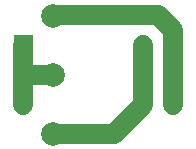
<source format=gbl>
G04 Layer: BottomLayer*
G04 EasyEDA v6.4.25, 2021-12-11T01:25:18+11:00*
G04 a67cddfb3fce44daa9051d46cbbcc19f,10*
G04 Gerber Generator version 0.2*
G04 Scale: 100 percent, Rotated: No, Reflected: No *
G04 Dimensions in inches *
G04 leading zeros omitted , absolute positions ,3 integer and 6 decimal *
%FSLAX36Y36*%
%MOIN*%

%ADD11C,0.0650*%
%ADD12C,0.0620*%
%ADD14C,0.0787*%

%LPD*%
D11*
X50000Y300000D02*
G01*
X150000Y300000D01*
X150000Y103150D02*
G01*
X353150Y103150D01*
X450000Y200000D01*
X450000Y200000D02*
G01*
X450000Y400000D01*
X550000Y200000D02*
G01*
X550000Y400000D01*
X550000Y400000D02*
G01*
X550000Y450000D01*
X500000Y500000D01*
X153150Y500000D01*
X150000Y496849D01*
X50000Y200000D02*
G01*
X50000Y400000D01*
D12*
G01*
X450000Y200000D03*
G01*
X550000Y200000D03*
G01*
X450000Y300000D03*
G01*
X550000Y300000D03*
G01*
X450000Y400000D03*
G36*
X519000Y430999D02*
G01*
X519000Y369000D01*
X580999Y369000D01*
X580999Y430999D01*
G37*
G01*
X50000Y200000D03*
G01*
X50000Y300000D03*
G36*
X19000Y430999D02*
G01*
X19000Y369000D01*
X80999Y369000D01*
X80999Y430999D01*
G37*
D14*
G01*
X150000Y496849D03*
G01*
X150000Y300000D03*
G01*
X150000Y103150D03*
M02*

</source>
